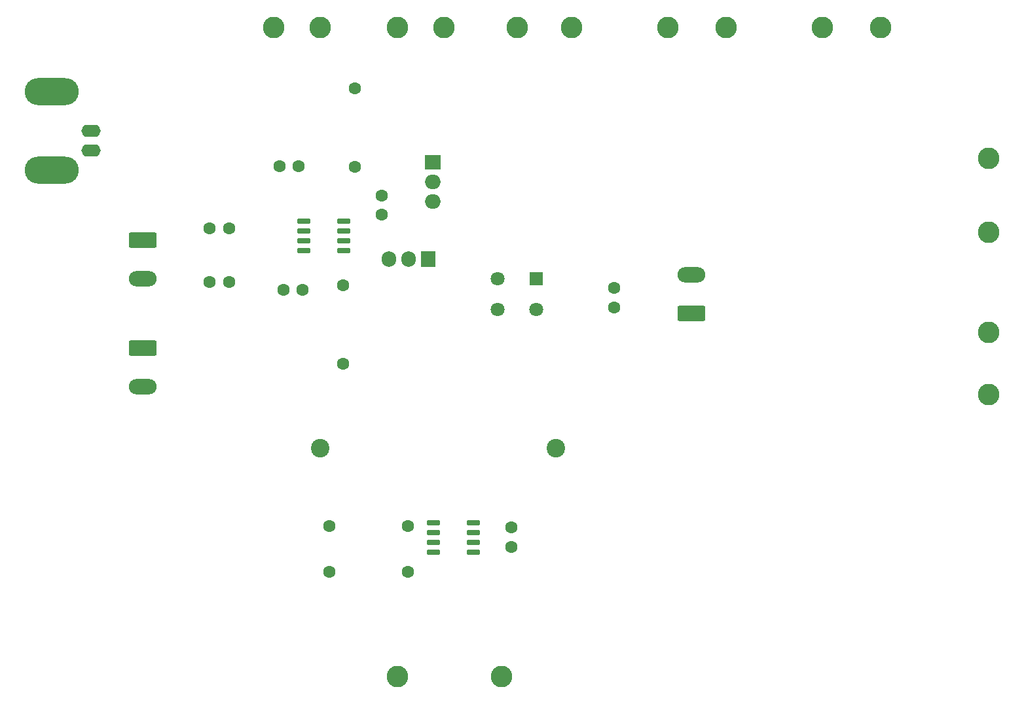
<source format=gts>
%TF.GenerationSoftware,KiCad,Pcbnew,9.0.4*%
%TF.CreationDate,2025-10-17T10:30:09-05:00*%
%TF.ProjectId,Lab7_302,4c616237-5f33-4303-922e-6b696361645f,rev?*%
%TF.SameCoordinates,Original*%
%TF.FileFunction,Soldermask,Top*%
%TF.FilePolarity,Negative*%
%FSLAX46Y46*%
G04 Gerber Fmt 4.6, Leading zero omitted, Abs format (unit mm)*
G04 Created by KiCad (PCBNEW 9.0.4) date 2025-10-17 10:30:09*
%MOMM*%
%LPD*%
G01*
G04 APERTURE LIST*
G04 Aperture macros list*
%AMRoundRect*
0 Rectangle with rounded corners*
0 $1 Rounding radius*
0 $2 $3 $4 $5 $6 $7 $8 $9 X,Y pos of 4 corners*
0 Add a 4 corners polygon primitive as box body*
4,1,4,$2,$3,$4,$5,$6,$7,$8,$9,$2,$3,0*
0 Add four circle primitives for the rounded corners*
1,1,$1+$1,$2,$3*
1,1,$1+$1,$4,$5*
1,1,$1+$1,$6,$7*
1,1,$1+$1,$8,$9*
0 Add four rect primitives between the rounded corners*
20,1,$1+$1,$2,$3,$4,$5,0*
20,1,$1+$1,$4,$5,$6,$7,0*
20,1,$1+$1,$6,$7,$8,$9,0*
20,1,$1+$1,$8,$9,$2,$3,0*%
G04 Aperture macros list end*
%ADD10C,2.800000*%
%ADD11C,1.600000*%
%ADD12RoundRect,0.150000X-0.725000X-0.150000X0.725000X-0.150000X0.725000X0.150000X-0.725000X0.150000X0*%
%ADD13R,1.905000X2.000000*%
%ADD14O,1.905000X2.000000*%
%ADD15RoundRect,0.250000X-1.550000X0.750000X-1.550000X-0.750000X1.550000X-0.750000X1.550000X0.750000X0*%
%ADD16O,3.600000X2.000000*%
%ADD17R,2.000000X1.905000*%
%ADD18O,2.000000X1.905000*%
%ADD19C,2.400000*%
%ADD20R,1.800000X1.800000*%
%ADD21C,1.800000*%
%ADD22RoundRect,0.250000X1.550000X-0.750000X1.550000X0.750000X-1.550000X0.750000X-1.550000X-0.750000X0*%
%ADD23O,2.500000X1.600000*%
%ADD24O,7.000000X3.500000*%
G04 APERTURE END LIST*
D10*
%TO.C,LOWDR_T4*%
X159222500Y-55500000D03*
%TD*%
%TO.C,Vin_T1*%
X108222500Y-55500000D03*
%TD*%
D11*
%TO.C,C5*%
X111472500Y-73500000D03*
X108972500Y-73500000D03*
%TD*%
D10*
%TO.C,10V_T2*%
X124222500Y-55500000D03*
%TD*%
D11*
%TO.C,C3*%
X109472500Y-89500000D03*
X111972500Y-89500000D03*
%TD*%
D10*
%TO.C,GND_T6*%
X200722500Y-82000000D03*
%TD*%
D12*
%TO.C,IC2*%
X112147500Y-80595000D03*
X112147500Y-81865000D03*
X112147500Y-83135000D03*
X112147500Y-84405000D03*
X117297500Y-84405000D03*
X117297500Y-83135000D03*
X117297500Y-81865000D03*
X117297500Y-80595000D03*
%TD*%
D10*
%TO.C,Vout-_T7*%
X200722500Y-95000000D03*
%TD*%
D11*
%TO.C,C2*%
X152222500Y-91750000D03*
X152222500Y-89250000D03*
%TD*%
D12*
%TO.C,U1*%
X128925000Y-119595000D03*
X128925000Y-120865000D03*
X128925000Y-122135000D03*
X128925000Y-123405000D03*
X134075000Y-123405000D03*
X134075000Y-122135000D03*
X134075000Y-120865000D03*
X134075000Y-119595000D03*
%TD*%
D13*
%TO.C,Q2*%
X128222500Y-85500000D03*
D14*
X125682500Y-85500000D03*
X123142500Y-85500000D03*
%TD*%
D10*
%TO.C,OPAMP_OUT_T8*%
X124222500Y-139500000D03*
%TD*%
D15*
%TO.C,Vin1*%
X91277500Y-83000000D03*
D16*
X91277500Y-88000000D03*
%TD*%
D17*
%TO.C,Q1*%
X128772500Y-72960000D03*
D18*
X128772500Y-75500000D03*
X128772500Y-78040000D03*
%TD*%
D11*
%TO.C,C7*%
X99972500Y-81500000D03*
X102472500Y-81500000D03*
%TD*%
D10*
%TO.C,PWN_T3*%
X139722500Y-55500000D03*
%TD*%
D11*
%TO.C,R4*%
X118722500Y-73580000D03*
X118722500Y-63420000D03*
%TD*%
%TO.C,C4*%
X139000000Y-120250000D03*
X139000000Y-122750000D03*
%TD*%
D19*
%TO.C,R1*%
X114255000Y-110000000D03*
X144735000Y-110000000D03*
%TD*%
D10*
%TO.C,GND_T2*%
X130222500Y-55500000D03*
%TD*%
%TO.C,GND_T8*%
X137722500Y-139500000D03*
%TD*%
D20*
%TO.C,L1*%
X142222500Y-88000000D03*
D21*
X137222500Y-88000000D03*
X142222500Y-92000000D03*
X137222500Y-92000000D03*
%TD*%
D11*
%TO.C,C6*%
X99972500Y-88500000D03*
X102472500Y-88500000D03*
%TD*%
%TO.C,R2*%
X125580000Y-126000000D03*
X115420000Y-126000000D03*
%TD*%
D10*
%TO.C,GND_T3*%
X146722500Y-55500000D03*
%TD*%
D22*
%TO.C,Vout1*%
X162222500Y-92500000D03*
D16*
X162222500Y-87500000D03*
%TD*%
D11*
%TO.C,C1*%
X122222500Y-77250000D03*
X122222500Y-79750000D03*
%TD*%
D10*
%TO.C,GND_T7*%
X200722500Y-103000000D03*
%TD*%
%TO.C,GND_T4*%
X166722500Y-55500000D03*
%TD*%
%TO.C,Vout+_T6*%
X200722500Y-72500000D03*
%TD*%
%TO.C,LOW_Vds_T5*%
X179222500Y-55500000D03*
%TD*%
%TO.C,GND_T5*%
X186722500Y-55500000D03*
%TD*%
D11*
%TO.C,R3*%
X115420000Y-120000000D03*
X125580000Y-120000000D03*
%TD*%
D15*
%TO.C,10VD1*%
X91277500Y-97000000D03*
D16*
X91277500Y-102000000D03*
%TD*%
D23*
%TO.C,PWM1*%
X84580000Y-68920000D03*
D24*
X79500000Y-74000000D03*
D23*
X84580000Y-71460000D03*
D24*
X79500000Y-63840000D03*
%TD*%
D11*
%TO.C,R5*%
X117222500Y-88920000D03*
X117222500Y-99080000D03*
%TD*%
D10*
%TO.C,GND_T1*%
X114222500Y-55500000D03*
%TD*%
M02*

</source>
